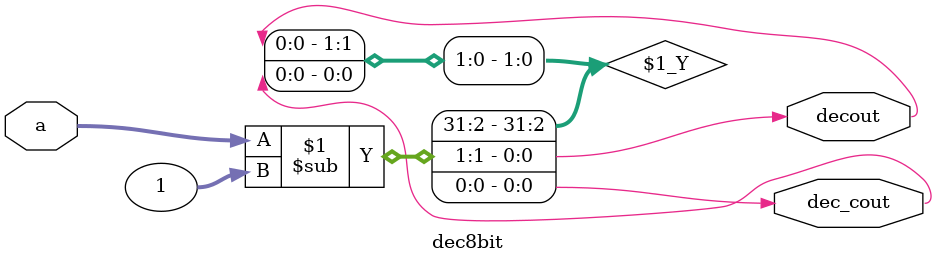
<source format=v>
`timescale 1ns / 1ps
module dec8bit(input [7:0]a,
               output  dec_cout,
               output decout);

assign {decout,dec_cout}=a-1;

 endmodule
</source>
